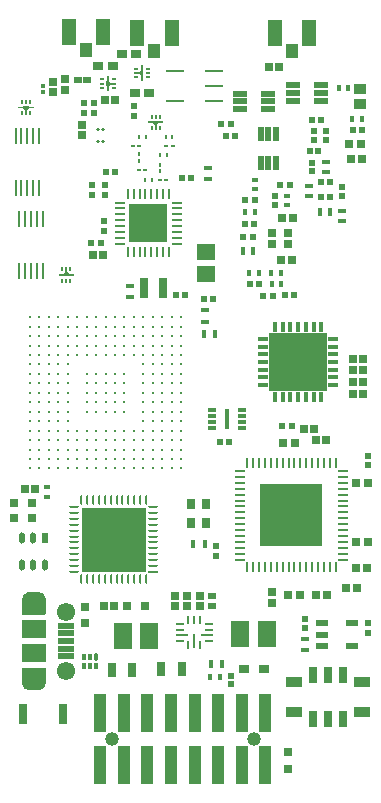
<source format=gts>
G04*
G04 #@! TF.GenerationSoftware,Altium Limited,Altium Designer,24.2.2 (26)*
G04*
G04 Layer_Color=8388736*
%FSLAX44Y44*%
%MOMM*%
G71*
G04*
G04 #@! TF.SameCoordinates,E5005945-8A51-4B8D-8BE1-141B8C32279E*
G04*
G04*
G04 #@! TF.FilePolarity,Negative*
G04*
G01*
G75*
G04:AMPARAMS|DCode=19|XSize=0.1925mm|YSize=0.8078mm|CornerRadius=0.0962mm|HoleSize=0mm|Usage=FLASHONLY|Rotation=180.000|XOffset=0mm|YOffset=0mm|HoleType=Round|Shape=RoundedRectangle|*
%AMROUNDEDRECTD19*
21,1,0.1925,0.6154,0,0,180.0*
21,1,0.0000,0.8078,0,0,180.0*
1,1,0.1925,0.0000,0.3077*
1,1,0.1925,0.0000,0.3077*
1,1,0.1925,0.0000,-0.3077*
1,1,0.1925,0.0000,-0.3077*
%
%ADD19ROUNDEDRECTD19*%
G04:AMPARAMS|DCode=20|XSize=0.8078mm|YSize=0.1925mm|CornerRadius=0.0962mm|HoleSize=0mm|Usage=FLASHONLY|Rotation=180.000|XOffset=0mm|YOffset=0mm|HoleType=Round|Shape=RoundedRectangle|*
%AMROUNDEDRECTD20*
21,1,0.8078,0.0000,0,0,180.0*
21,1,0.6154,0.1925,0,0,180.0*
1,1,0.1925,-0.3077,0.0000*
1,1,0.1925,0.3077,0.0000*
1,1,0.1925,0.3077,0.0000*
1,1,0.1925,-0.3077,0.0000*
%
%ADD20ROUNDEDRECTD20*%
%ADD21R,0.8078X0.1925*%
%ADD22R,0.7154X0.6725*%
%ADD23R,1.4986X0.2032*%
%ADD27R,1.5549X2.3062*%
%ADD28R,0.6725X0.7154*%
%ADD29R,0.8000X0.8000*%
%ADD30R,0.5200X0.5200*%
%ADD36R,0.4858X0.9397*%
G04:AMPARAMS|DCode=37|XSize=0.9397mm|YSize=0.4858mm|CornerRadius=0.2429mm|HoleSize=0mm|Usage=FLASHONLY|Rotation=270.000|XOffset=0mm|YOffset=0mm|HoleType=Round|Shape=RoundedRectangle|*
%AMROUNDEDRECTD37*
21,1,0.9397,0.0000,0,0,270.0*
21,1,0.4539,0.4858,0,0,270.0*
1,1,0.4858,0.0000,-0.2269*
1,1,0.4858,0.0000,0.2269*
1,1,0.4858,0.0000,0.2269*
1,1,0.4858,0.0000,-0.2269*
%
%ADD37ROUNDEDRECTD37*%
%ADD38R,0.8000X1.7000*%
%ADD39R,0.8128X0.2540*%
%ADD40R,0.2540X0.8128*%
%ADD41R,5.3086X5.3086*%
%ADD42R,0.5200X0.5200*%
%ADD43R,0.6153X0.5725*%
%ADD45R,0.8000X0.9000*%
%ADD46R,0.4100X0.6600*%
%ADD50R,0.5153X0.4725*%
%ADD51R,0.4682X0.4725*%
%ADD52R,0.4725X0.4682*%
G04:AMPARAMS|DCode=54|XSize=0.25mm|YSize=0.675mm|CornerRadius=0.05mm|HoleSize=0mm|Usage=FLASHONLY|Rotation=270.000|XOffset=0mm|YOffset=0mm|HoleType=Round|Shape=RoundedRectangle|*
%AMROUNDEDRECTD54*
21,1,0.2500,0.5750,0,0,270.0*
21,1,0.1500,0.6750,0,0,270.0*
1,1,0.1000,-0.2875,-0.0750*
1,1,0.1000,-0.2875,0.0750*
1,1,0.1000,0.2875,0.0750*
1,1,0.1000,0.2875,-0.0750*
%
%ADD54ROUNDEDRECTD54*%
G04:AMPARAMS|DCode=55|XSize=1.225mm|YSize=0.25mm|CornerRadius=0.05mm|HoleSize=0mm|Usage=FLASHONLY|Rotation=270.000|XOffset=0mm|YOffset=0mm|HoleType=Round|Shape=RoundedRectangle|*
%AMROUNDEDRECTD55*
21,1,1.2250,0.1500,0,0,270.0*
21,1,1.1250,0.2500,0,0,270.0*
1,1,0.1000,-0.0750,-0.5625*
1,1,0.1000,-0.0750,0.5625*
1,1,0.1000,0.0750,0.5625*
1,1,0.1000,0.0750,-0.5625*
%
%ADD55ROUNDEDRECTD55*%
G04:AMPARAMS|DCode=56|XSize=0.25mm|YSize=0.975mm|CornerRadius=0.05mm|HoleSize=0mm|Usage=FLASHONLY|Rotation=270.000|XOffset=0mm|YOffset=0mm|HoleType=Round|Shape=RoundedRectangle|*
%AMROUNDEDRECTD56*
21,1,0.2500,0.8750,0,0,270.0*
21,1,0.1500,0.9750,0,0,270.0*
1,1,0.1000,-0.4375,-0.0750*
1,1,0.1000,-0.4375,0.0750*
1,1,0.1000,0.4375,0.0750*
1,1,0.1000,0.4375,-0.0750*
%
%ADD56ROUNDEDRECTD56*%
G04:AMPARAMS|DCode=57|XSize=0.625mm|YSize=0.25mm|CornerRadius=0.05mm|HoleSize=0mm|Usage=FLASHONLY|Rotation=270.000|XOffset=0mm|YOffset=0mm|HoleType=Round|Shape=RoundedRectangle|*
%AMROUNDEDRECTD57*
21,1,0.6250,0.1500,0,0,270.0*
21,1,0.5250,0.2500,0,0,270.0*
1,1,0.1000,-0.0750,-0.2625*
1,1,0.1000,-0.0750,0.2625*
1,1,0.1000,0.0750,0.2625*
1,1,0.1000,0.0750,-0.2625*
%
%ADD57ROUNDEDRECTD57*%
%ADD58R,0.4725X0.5153*%
%ADD59R,0.4000X0.5000*%
%ADD60R,0.5000X0.4000*%
%ADD61R,0.6500X0.3500*%
%ADD62R,0.3500X0.6500*%
%ADD64R,0.6750X0.4500*%
%ADD65R,0.4500X0.6750*%
%ADD66C,0.2702*%
%ADD67R,0.3300X0.1500*%
%ADD68R,0.8500X0.6500*%
%ADD71R,1.0200X3.2150*%
%ADD74R,0.1500X0.3300*%
%ADD75R,0.2794X1.3589*%
%ADD76R,0.8000X1.8000*%
%ADD77R,0.6600X0.4100*%
%ADD78R,0.7000X0.7000*%
%ADD80R,0.2500X0.3000*%
%ADD81R,0.3000X0.2500*%
%ADD82R,0.3541X0.2627*%
%ADD83R,0.2750X0.3000*%
%ADD84R,0.2627X0.3541*%
%ADD85R,1.5562X1.4549*%
%ADD87R,1.1000X0.6000*%
%ADD89R,0.9500X0.7000*%
%ADD90R,0.3500X0.3000*%
%ADD92R,0.8000X0.8000*%
%ADD94R,0.4725X0.5393*%
%ADD96C,0.1750*%
%ADD97R,0.7000X0.3000*%
%ADD98R,0.7000X0.3000*%
%ADD99C,0.6000*%
%ADD100R,5.5000X5.5000*%
%ADD101R,1.1500X0.5500*%
G04:AMPARAMS|DCode=102|XSize=0.4mm|YSize=0.59mm|CornerRadius=0.0995mm|HoleSize=0mm|Usage=FLASHONLY|Rotation=180.000|XOffset=0mm|YOffset=0mm|HoleType=Round|Shape=RoundedRectangle|*
%AMROUNDEDRECTD102*
21,1,0.4000,0.3910,0,0,180.0*
21,1,0.2010,0.5900,0,0,180.0*
1,1,0.1990,-0.1005,0.1955*
1,1,0.1990,0.1005,0.1955*
1,1,0.1990,0.1005,-0.1955*
1,1,0.1990,-0.1005,-0.1955*
%
%ADD102ROUNDEDRECTD102*%
G04:AMPARAMS|DCode=103|XSize=0.4mm|YSize=0.62mm|CornerRadius=0.0995mm|HoleSize=0mm|Usage=FLASHONLY|Rotation=180.000|XOffset=0mm|YOffset=0mm|HoleType=Round|Shape=RoundedRectangle|*
%AMROUNDEDRECTD103*
21,1,0.4000,0.4210,0,0,180.0*
21,1,0.2010,0.6200,0,0,180.0*
1,1,0.1990,-0.1005,0.2105*
1,1,0.1990,0.1005,0.2105*
1,1,0.1990,0.1005,-0.2105*
1,1,0.1990,-0.1005,-0.2105*
%
%ADD103ROUNDEDRECTD103*%
%ADD104R,0.3000X1.7000*%
%ADD105R,0.7500X0.7000*%
%ADD106R,1.4500X0.5000*%
%ADD107R,2.0000X1.6000*%
%ADD108R,0.7000X0.7500*%
%ADD109R,0.6500X0.5500*%
%ADD110R,0.7000X0.6500*%
%ADD111R,0.8500X0.4000*%
%ADD112R,0.4000X0.8500*%
%ADD113R,4.9000X4.9000*%
%ADD114R,0.5500X1.1500*%
%ADD115R,0.7500X1.1500*%
%ADD116R,0.7500X1.3500*%
%ADD117R,1.3500X0.9500*%
%ADD118C,0.2250*%
%ADD119R,1.0500X0.9000*%
%ADD120R,1.1000X1.1500*%
%ADD121R,0.6600X0.6200*%
%ADD122R,0.5500X0.5500*%
%ADD123R,0.6500X0.6500*%
%ADD124R,1.1500X2.3000*%
%ADD125R,3.2004X3.2004*%
%ADD126C,1.5500*%
%ADD127C,1.1900*%
G36*
X36098Y118493D02*
X36192Y118464D01*
X36279Y118418D01*
X36355Y118355D01*
X36418Y118279D01*
X36464Y118192D01*
X36493Y118098D01*
X36502Y118000D01*
Y105000D01*
X36493Y104902D01*
X36464Y104808D01*
X36418Y104721D01*
X36355Y104645D01*
X36279Y104582D01*
X36192Y104536D01*
X36098Y104507D01*
X36000Y104498D01*
X31503D01*
Y100000D01*
X31493Y99902D01*
X31464Y99808D01*
X31418Y99721D01*
X31356Y99645D01*
X31279Y99583D01*
X31193Y99536D01*
X31098Y99507D01*
X31000Y99498D01*
X22000Y99497D01*
X22000D01*
D01*
X21902Y99507D01*
X21808Y99536D01*
X21721Y99582D01*
X21645Y99645D01*
X21582Y99721D01*
X21536Y99808D01*
X21507Y99902D01*
X21498Y100000D01*
Y100000D01*
D01*
Y104498D01*
X17000D01*
X16902Y104507D01*
X16808Y104536D01*
X16721Y104582D01*
X16645Y104645D01*
X16582Y104721D01*
X16536Y104808D01*
X16507Y104902D01*
X16498Y105000D01*
Y118000D01*
X16507Y118098D01*
X16536Y118192D01*
X16582Y118279D01*
X16645Y118355D01*
X16721Y118418D01*
X16808Y118464D01*
X16902Y118493D01*
X17000Y118502D01*
X36000D01*
X36098Y118493D01*
D02*
G37*
G36*
X31098Y182493D02*
X31192Y182464D01*
X31279Y182418D01*
X31355Y182355D01*
X31418Y182279D01*
X31464Y182192D01*
X31493Y182098D01*
X31502Y182000D01*
Y182000D01*
D01*
Y177502D01*
X36000D01*
X36098Y177493D01*
X36192Y177464D01*
X36279Y177418D01*
X36355Y177355D01*
X36418Y177279D01*
X36464Y177192D01*
X36493Y177098D01*
X36502Y177000D01*
Y164000D01*
X36493Y163902D01*
X36464Y163808D01*
X36418Y163721D01*
X36355Y163645D01*
X36279Y163582D01*
X36192Y163536D01*
X36098Y163507D01*
X36000Y163498D01*
X17000D01*
X16902Y163507D01*
X16808Y163536D01*
X16721Y163582D01*
X16645Y163645D01*
X16582Y163721D01*
X16536Y163808D01*
X16507Y163902D01*
X16498Y164000D01*
Y177000D01*
X16507Y177098D01*
X16536Y177192D01*
X16582Y177279D01*
X16645Y177355D01*
X16721Y177418D01*
X16808Y177464D01*
X16902Y177493D01*
X17000Y177502D01*
X21497D01*
Y182000D01*
X21507Y182098D01*
X21536Y182192D01*
X21582Y182279D01*
X21644Y182355D01*
X21721Y182418D01*
X21807Y182464D01*
X21902Y182493D01*
X22000Y182502D01*
X31000Y182502D01*
X31000D01*
D01*
X31098Y182493D01*
D02*
G37*
G36*
X54750Y453850D02*
X54733Y453747D01*
X54742Y453540D01*
X54808Y453343D01*
X54925Y453172D01*
X55000Y453100D01*
X55000Y453100D01*
X56000Y452000D01*
X56050Y451949D01*
X56163Y451862D01*
X56291Y451798D01*
X56429Y451759D01*
X56500Y451750D01*
X60500Y451750D01*
Y450250D01*
X56750D01*
X56671Y450243D01*
X56518Y450203D01*
X56377Y450133D01*
X56253Y450034D01*
X56200Y449975D01*
X56150Y449914D01*
X56026Y449814D01*
X55883Y449743D01*
X55729Y449703D01*
X55650Y449700D01*
Y449700D01*
X52350Y449700D01*
X52271Y449703D01*
X52117Y449743D01*
X51975Y449814D01*
X51850Y449914D01*
X51800Y449975D01*
X51800Y449975D01*
X51747Y450034D01*
X51623Y450133D01*
X51482Y450203D01*
X51329Y450243D01*
X51250Y450250D01*
X47500Y450250D01*
Y451750D01*
X51500Y451750D01*
X51571Y451759D01*
X51709Y451798D01*
X51837Y451862D01*
X51950Y451949D01*
X52000Y452000D01*
X52000D01*
X53000Y453100D01*
X53075Y453172D01*
X53192Y453343D01*
X53258Y453540D01*
X53267Y453747D01*
X53250Y453850D01*
X53250D01*
Y457500D01*
X54750D01*
X54750Y453850D01*
D02*
G37*
G36*
X131336Y581598D02*
X131490Y581558D01*
X131632Y581487D01*
X131756Y581387D01*
X131806Y581326D01*
X131860Y581267D01*
X131983Y581168D01*
X132125Y581098D01*
X132278Y581058D01*
X132357Y581051D01*
X132357Y581051D01*
X136107Y581051D01*
Y579551D01*
X132107D01*
X132036Y579542D01*
X131898Y579503D01*
X131770Y579439D01*
X131656Y579352D01*
X131606Y579301D01*
Y579301D01*
X130606Y578201D01*
X130531Y578129D01*
X130414Y577958D01*
X130349Y577761D01*
X130339Y577553D01*
X130356Y577451D01*
X130357Y577451D01*
X130357D01*
Y573801D01*
X128856D01*
Y577451D01*
X128874Y577553D01*
X128864Y577761D01*
X128799Y577958D01*
X128682Y578129D01*
X128607Y578201D01*
X127606Y579301D01*
X127556Y579352D01*
X127443Y579439D01*
X127315Y579503D01*
X127177Y579542D01*
X127107Y579551D01*
X127107Y579551D01*
X123106Y579551D01*
Y581051D01*
X126856Y581051D01*
X126935Y581058D01*
X127088Y581098D01*
X127230Y581168D01*
X127353Y581267D01*
X127407Y581326D01*
X127457Y581387D01*
X127581Y581487D01*
X127723Y581558D01*
X127877Y581597D01*
X127956Y581601D01*
X127956D01*
X131257Y581601D01*
X131336Y581598D01*
D02*
G37*
G36*
X21566Y594158D02*
X21720Y594118D01*
X21862Y594047D01*
X21986Y593948D01*
X22036Y593886D01*
X22090Y593828D01*
X22213Y593729D01*
X22355Y593658D01*
X22508Y593619D01*
X22587Y593611D01*
X22587Y593611D01*
X26337Y593612D01*
Y592112D01*
X22337D01*
X22266Y592102D01*
X22128Y592064D01*
X22000Y592000D01*
X21887Y591913D01*
X21837Y591862D01*
Y591862D01*
X20837Y590762D01*
X20761Y590690D01*
X20645Y590518D01*
X20579Y590322D01*
X20570Y590114D01*
X20587Y590012D01*
X20587Y590012D01*
X20587D01*
Y586362D01*
X19087D01*
Y590012D01*
X19104Y590114D01*
X19095Y590322D01*
X19029Y590518D01*
X18912Y590690D01*
X18837Y590762D01*
X17837Y591862D01*
X17787Y591913D01*
X17673Y592000D01*
X17545Y592064D01*
X17408Y592103D01*
X17337Y592112D01*
X17337Y592112D01*
X13337Y592112D01*
Y593612D01*
X17087Y593612D01*
X17165Y593619D01*
X17319Y593658D01*
X17460Y593729D01*
X17584Y593828D01*
X17637Y593886D01*
X17687Y593948D01*
X17811Y594047D01*
X17953Y594118D01*
X18107Y594158D01*
X18187Y594161D01*
X18187D01*
X21487Y594162D01*
X21566Y594158D01*
D02*
G37*
G36*
X89946Y615500D02*
X89955Y615429D01*
X89993Y615291D01*
X90057Y615163D01*
X90145Y615050D01*
X90196Y615000D01*
X91296Y614000D01*
X91368Y613925D01*
X91539Y613808D01*
X91736Y613742D01*
X91943Y613733D01*
X92046Y613750D01*
Y613750D01*
Y613750D01*
X95696D01*
Y612250D01*
X92046D01*
X91943Y612267D01*
X91736Y612258D01*
X91539Y612192D01*
X91368Y612075D01*
X91296Y612000D01*
X91296D01*
X90196Y611000D01*
X90145Y610950D01*
X90057Y610837D01*
X89993Y610709D01*
X89955Y610571D01*
X89946Y610500D01*
Y610500D01*
Y610500D01*
D01*
X89946Y606500D01*
X88446D01*
Y610250D01*
X88439Y610329D01*
X88399Y610482D01*
X88328Y610623D01*
X88230Y610747D01*
X88171Y610800D01*
X88110Y610850D01*
X88010Y610975D01*
X87939Y611117D01*
X87899Y611271D01*
X87896Y611350D01*
X87896Y611350D01*
X87896Y614650D01*
X87899Y614729D01*
X87939Y614883D01*
X88010Y615025D01*
X88110Y615149D01*
X88171Y615200D01*
X88230Y615253D01*
X88328Y615377D01*
X88399Y615518D01*
X88439Y615671D01*
X88446Y615750D01*
Y615750D01*
X88446Y619500D01*
X89946D01*
X89946Y615500D01*
D02*
G37*
G36*
X118719Y624750D02*
X118726Y624671D01*
X118765Y624518D01*
X118836Y624377D01*
X118935Y624253D01*
X118994Y624200D01*
X119055Y624150D01*
X119154Y624025D01*
X119226Y623883D01*
X119265Y623729D01*
X119269Y623650D01*
X119269Y620350D01*
X119265Y620271D01*
X119226Y620117D01*
X119154Y619975D01*
X119055Y619850D01*
X118994Y619800D01*
X118935Y619747D01*
X118836Y619623D01*
X118765Y619482D01*
X118726Y619329D01*
X118719Y619250D01*
X118719D01*
X118719Y615500D01*
X117219D01*
Y619500D01*
X117210Y619571D01*
X117171Y619709D01*
X117107Y619837D01*
X117020Y619950D01*
X116969Y620000D01*
X116969Y620000D01*
X115869Y621000D01*
X115797Y621075D01*
X115625Y621192D01*
X115429Y621258D01*
X115221Y621267D01*
X115119Y621250D01*
X115119D01*
Y621250D01*
X111469D01*
Y622750D01*
X115119Y622750D01*
X115221Y622733D01*
X115429Y622742D01*
X115625Y622808D01*
X115797Y622925D01*
X115869Y623000D01*
Y623000D01*
X116969Y624000D01*
X117020Y624050D01*
X117107Y624163D01*
X117171Y624291D01*
X117210Y624429D01*
X117219Y624500D01*
X117219D01*
X117219Y628500D01*
X118719D01*
X118719Y624750D01*
D02*
G37*
D19*
X121500Y193248D02*
D03*
X116500D02*
D03*
X111500D02*
D03*
X106500D02*
D03*
X101500D02*
D03*
X96500D02*
D03*
X91500D02*
D03*
X86500D02*
D03*
X81500D02*
D03*
X76500D02*
D03*
X71500D02*
D03*
X66500D02*
D03*
Y260752D02*
D03*
X71500D02*
D03*
X76500D02*
D03*
X81500D02*
D03*
X86500D02*
D03*
X91500D02*
D03*
X96500D02*
D03*
X101500D02*
D03*
X106500D02*
D03*
X111500D02*
D03*
X116500D02*
D03*
X121500D02*
D03*
D20*
X60248Y199500D02*
D03*
Y204500D02*
D03*
Y209500D02*
D03*
Y214500D02*
D03*
Y219500D02*
D03*
Y224500D02*
D03*
Y229500D02*
D03*
Y234500D02*
D03*
Y239500D02*
D03*
Y244500D02*
D03*
Y249500D02*
D03*
Y254500D02*
D03*
X127752D02*
D03*
Y249500D02*
D03*
Y244500D02*
D03*
Y239500D02*
D03*
Y234500D02*
D03*
Y229500D02*
D03*
Y224500D02*
D03*
Y219500D02*
D03*
Y214500D02*
D03*
Y209500D02*
D03*
Y204500D02*
D03*
D21*
Y199500D02*
D03*
D22*
X308586Y203266D02*
D03*
X299015D02*
D03*
X247385Y309001D02*
D03*
X237814D02*
D03*
X309149Y274601D02*
D03*
X299578D02*
D03*
X309195Y225023D02*
D03*
X299623D02*
D03*
X251443Y180001D02*
D03*
X241872D02*
D03*
X300234Y185720D02*
D03*
X290663D02*
D03*
X265285Y180001D02*
D03*
X274856D02*
D03*
X236216Y499472D02*
D03*
X245787D02*
D03*
X235575Y464021D02*
D03*
X245147D02*
D03*
X303079Y561949D02*
D03*
X304292Y548868D02*
D03*
X293508Y561949D02*
D03*
X294720Y548868D02*
D03*
D23*
X179274Y610700D02*
D03*
Y623400D02*
D03*
X146000Y598000D02*
D03*
Y623400D02*
D03*
X179274Y598000D02*
D03*
D27*
X124371Y145250D02*
D03*
X101858D02*
D03*
X223627Y147250D02*
D03*
X201114D02*
D03*
D28*
X241716Y477101D02*
D03*
Y486672D02*
D03*
X227897Y173424D02*
D03*
Y182995D02*
D03*
X228465Y486818D02*
D03*
Y477247D02*
D03*
D29*
X9558Y245000D02*
D03*
X24558D02*
D03*
X9500Y258000D02*
D03*
X24500D02*
D03*
X120370Y170982D02*
D03*
X105370D02*
D03*
D30*
X183772Y309308D02*
D03*
X191772D02*
D03*
X151500Y532809D02*
D03*
X95500Y537809D02*
D03*
X75000Y478000D02*
D03*
X185000Y579000D02*
D03*
X189000Y569000D02*
D03*
X159500Y532809D02*
D03*
X178557Y431015D02*
D03*
X87500Y537809D02*
D03*
X83000Y478000D02*
D03*
X193000Y579000D02*
D03*
X197000Y569000D02*
D03*
X170557Y431015D02*
D03*
D36*
X35500Y228155D02*
D03*
D37*
X26000Y205845D02*
D03*
X16500D02*
D03*
X35500D02*
D03*
X26000Y228155D02*
D03*
X16500D02*
D03*
D38*
X17000Y79000D02*
D03*
X51000D02*
D03*
D39*
X200658Y219997D02*
D03*
Y214996D02*
D03*
X288542Y230000D02*
D03*
Y245003D02*
D03*
Y250005D02*
D03*
Y255006D02*
D03*
Y260007D02*
D03*
Y265008D02*
D03*
Y270010D02*
D03*
Y209994D02*
D03*
Y224998D02*
D03*
Y275011D02*
D03*
X200658Y209994D02*
D03*
X288542Y240002D02*
D03*
X200658Y275011D02*
D03*
Y270010D02*
D03*
Y230000D02*
D03*
X288542Y280012D02*
D03*
X200658Y235001D02*
D03*
X288542Y214996D02*
D03*
Y219997D02*
D03*
X200658Y260007D02*
D03*
Y224998D02*
D03*
Y280012D02*
D03*
X288542Y235001D02*
D03*
X200658Y255006D02*
D03*
Y250005D02*
D03*
Y245003D02*
D03*
Y240002D02*
D03*
X288542Y285013D02*
D03*
X200658Y265008D02*
D03*
Y285013D02*
D03*
X98989Y477309D02*
D03*
Y507309D02*
D03*
Y512309D02*
D03*
Y502309D02*
D03*
Y492309D02*
D03*
X148011Y477309D02*
D03*
Y492309D02*
D03*
Y487309D02*
D03*
Y482309D02*
D03*
X98989Y497309D02*
D03*
Y482309D02*
D03*
Y487309D02*
D03*
X148011Y497309D02*
D03*
Y502309D02*
D03*
Y507309D02*
D03*
Y512309D02*
D03*
D40*
X222094Y203562D02*
D03*
X227095D02*
D03*
X237098D02*
D03*
X282109Y291446D02*
D03*
X277108D02*
D03*
X272106D02*
D03*
X267105D02*
D03*
X262104D02*
D03*
X257103D02*
D03*
X252101D02*
D03*
X247100D02*
D03*
X242099D02*
D03*
X237098D02*
D03*
X232096D02*
D03*
X252101Y203562D02*
D03*
X267105D02*
D03*
X227095Y291446D02*
D03*
X232096Y203562D02*
D03*
X282109D02*
D03*
X207090Y291446D02*
D03*
X217093Y203562D02*
D03*
X207090D02*
D03*
X217093Y291446D02*
D03*
X222094D02*
D03*
X212091Y203562D02*
D03*
Y291446D02*
D03*
X242099Y203562D02*
D03*
X257103D02*
D03*
X262104D02*
D03*
X272106D02*
D03*
X277108D02*
D03*
X247100D02*
D03*
X111000Y470299D02*
D03*
X121000D02*
D03*
X131000D02*
D03*
X126000D02*
D03*
X136000D02*
D03*
X116000D02*
D03*
Y519320D02*
D03*
X121000D02*
D03*
X131000D02*
D03*
X106000D02*
D03*
X141000D02*
D03*
Y470299D02*
D03*
X106000D02*
D03*
X136000Y519320D02*
D03*
X126000D02*
D03*
X111000D02*
D03*
D41*
X244600Y247504D02*
D03*
D42*
X309658Y298001D02*
D03*
Y290001D02*
D03*
X180890Y213365D02*
D03*
Y221365D02*
D03*
X86500Y518810D02*
D03*
X75500D02*
D03*
X85500Y488309D02*
D03*
X309000Y156000D02*
D03*
Y148000D02*
D03*
X256000Y152000D02*
D03*
X111000Y594000D02*
D03*
X86500Y526809D02*
D03*
X85500Y496309D02*
D03*
X75500Y526809D02*
D03*
X256000Y160000D02*
D03*
X111000Y586000D02*
D03*
D43*
X236372Y323001D02*
D03*
X244943D02*
D03*
X243452Y527433D02*
D03*
X234881D02*
D03*
X220314Y433255D02*
D03*
X228886D02*
D03*
X203474Y483543D02*
D03*
X212045D02*
D03*
D45*
X171908Y257251D02*
D03*
X159408D02*
D03*
X171908Y240751D02*
D03*
X159408D02*
D03*
D46*
X161608Y223001D02*
D03*
X171708D02*
D03*
D50*
X212786Y494000D02*
D03*
X205214D02*
D03*
X269577Y582464D02*
D03*
X262006D02*
D03*
X304119Y573462D02*
D03*
X296548D02*
D03*
X269604Y516870D02*
D03*
X277176D02*
D03*
X277176Y529309D02*
D03*
X269604D02*
D03*
X246900Y433685D02*
D03*
X239328D02*
D03*
X209214Y443000D02*
D03*
X216786D02*
D03*
X259876Y555882D02*
D03*
X267447D02*
D03*
X147214Y434000D02*
D03*
X154785D02*
D03*
D51*
X213511Y514742D02*
D03*
X205468D02*
D03*
D52*
X273550Y573132D02*
D03*
Y565089D02*
D03*
D54*
X174496Y155750D02*
D03*
Y150750D02*
D03*
Y140750D02*
D03*
X150246D02*
D03*
Y150750D02*
D03*
Y155750D02*
D03*
D55*
X162371Y140875D02*
D03*
D56*
X172996Y145750D02*
D03*
X151746D02*
D03*
D57*
X167371Y137875D02*
D03*
X157371D02*
D03*
Y158625D02*
D03*
X162371D02*
D03*
X167371D02*
D03*
D58*
X263465Y573080D02*
D03*
Y565509D02*
D03*
X287278Y525263D02*
D03*
Y517692D02*
D03*
X230917Y517855D02*
D03*
Y510284D02*
D03*
X262155Y546176D02*
D03*
Y538605D02*
D03*
D59*
X227781Y443362D02*
D03*
X235780D02*
D03*
X235527Y452860D02*
D03*
X227527D02*
D03*
X208983Y452904D02*
D03*
X216983D02*
D03*
X184000Y111000D02*
D03*
X176000D02*
D03*
X284492Y609000D02*
D03*
X292491D02*
D03*
X303999Y583000D02*
D03*
X296000D02*
D03*
X205357Y504564D02*
D03*
X213356D02*
D03*
D60*
X240500Y518181D02*
D03*
Y510181D02*
D03*
X213548Y531646D02*
D03*
Y523647D02*
D03*
X37854Y271077D02*
D03*
Y263077D02*
D03*
D61*
X273485Y546903D02*
D03*
Y538403D02*
D03*
X259174Y526714D02*
D03*
Y518214D02*
D03*
X287000Y496500D02*
D03*
Y505000D02*
D03*
D62*
X277250Y504000D02*
D03*
X268750D02*
D03*
X203541Y471689D02*
D03*
X212041D02*
D03*
D64*
X256000Y142625D02*
D03*
Y133375D02*
D03*
X108100Y441625D02*
D03*
X174000Y532375D02*
D03*
X108100Y432375D02*
D03*
X174000Y541625D02*
D03*
D65*
X185625Y122000D02*
D03*
X176375D02*
D03*
X170875Y401000D02*
D03*
X180125D02*
D03*
D66*
X117000Y622000D02*
D03*
X90165Y613000D02*
D03*
X129607Y579332D02*
D03*
X19837Y591893D02*
D03*
X54000Y451969D02*
D03*
D67*
X122819Y625500D02*
D03*
Y622000D02*
D03*
Y618500D02*
D03*
X113119D02*
D03*
Y625500D02*
D03*
X84346Y609500D02*
D03*
Y613000D02*
D03*
Y616500D02*
D03*
X94046D02*
D03*
Y609500D02*
D03*
D68*
X100750Y638000D02*
D03*
X113250D02*
D03*
X111750Y605000D02*
D03*
X124250D02*
D03*
X80750Y628000D02*
D03*
X93250D02*
D03*
D71*
X182560Y36200D02*
D03*
X162560Y79749D02*
D03*
X82560D02*
D03*
X222560Y36200D02*
D03*
X202560Y79749D02*
D03*
Y36200D02*
D03*
X182560Y79749D02*
D03*
X142560Y36200D02*
D03*
X122560Y79749D02*
D03*
Y36200D02*
D03*
X102560Y79749D02*
D03*
Y36200D02*
D03*
X162560D02*
D03*
X82560D02*
D03*
X222560Y79749D02*
D03*
X142560D02*
D03*
D74*
X50500Y446150D02*
D03*
X54000D02*
D03*
X23337Y597711D02*
D03*
X57500Y455850D02*
D03*
X23337Y588012D02*
D03*
X50500Y455850D02*
D03*
X16337Y588012D02*
D03*
X126107Y575451D02*
D03*
X133107Y585151D02*
D03*
Y575451D02*
D03*
X129607Y585151D02*
D03*
X19837Y597711D02*
D03*
X126107Y585151D02*
D03*
X57500Y446150D02*
D03*
X16337Y597711D02*
D03*
D75*
X34000Y453965D02*
D03*
X31000Y524966D02*
D03*
X14000Y498035D02*
D03*
X21000Y524966D02*
D03*
X19000Y498035D02*
D03*
X16000Y569035D02*
D03*
X24000Y453965D02*
D03*
X11000Y569035D02*
D03*
X31000D02*
D03*
X34000Y498035D02*
D03*
X26000Y569035D02*
D03*
X29000Y498035D02*
D03*
X24000D02*
D03*
X21000Y569035D02*
D03*
X29000Y453965D02*
D03*
X26000Y524966D02*
D03*
X11000D02*
D03*
X16000D02*
D03*
X14000Y453965D02*
D03*
X19000D02*
D03*
D76*
X136000Y440000D02*
D03*
X120000D02*
D03*
D77*
X171000Y410950D02*
D03*
Y421050D02*
D03*
D78*
X70000Y156000D02*
D03*
Y170000D02*
D03*
D80*
X121250Y567809D02*
D03*
X138596Y567435D02*
D03*
X138912Y552246D02*
D03*
X120750Y531810D02*
D03*
X133412Y552246D02*
D03*
X115750Y567809D02*
D03*
X143346Y567435D02*
D03*
X126250Y531810D02*
D03*
D81*
X138750Y559809D02*
D03*
X144250D02*
D03*
D82*
X115623Y539901D02*
D03*
X120709D02*
D03*
X133480Y531650D02*
D03*
X115352Y560255D02*
D03*
X138567Y531650D02*
D03*
X110266Y560255D02*
D03*
D83*
X115667Y547190D02*
D03*
Y553190D02*
D03*
D84*
X133480Y539266D02*
D03*
Y544352D02*
D03*
D85*
X172117Y470238D02*
D03*
Y451726D02*
D03*
D87*
X296107Y156000D02*
D03*
X270107Y146500D02*
D03*
Y156000D02*
D03*
Y137000D02*
D03*
X296107D02*
D03*
D89*
X221250Y117000D02*
D03*
X204750D02*
D03*
D90*
X34000Y605750D02*
D03*
Y611250D02*
D03*
D92*
X242000Y47500D02*
D03*
Y32500D02*
D03*
D94*
X193000Y104334D02*
D03*
Y111665D02*
D03*
D96*
X81825Y564000D02*
G03*
X81825Y564000I-875J0D01*
G01*
Y574000D02*
G03*
X81825Y574000I-875J0D01*
G01*
X85925D02*
G03*
X85925Y574000I-875J0D01*
G01*
Y564000D02*
G03*
X85925Y564000I-875J0D01*
G01*
D97*
X203000Y336500D02*
D03*
Y321500D02*
D03*
X177000D02*
D03*
Y336500D02*
D03*
D98*
X203000Y331500D02*
D03*
Y326500D02*
D03*
X177000D02*
D03*
Y331500D02*
D03*
D99*
X24500Y177000D02*
G03*
X24500Y177000I-2500J0D01*
G01*
X33500D02*
G03*
X33500Y177000I-2500J0D01*
G01*
X24500Y105000D02*
G03*
X24500Y105000I-2500J0D01*
G01*
X33500D02*
G03*
X33500Y105000I-2500J0D01*
G01*
D100*
X94000Y227000D02*
D03*
D101*
X201000Y591500D02*
D03*
X225000Y598000D02*
D03*
X201000D02*
D03*
X225000Y604500D02*
D03*
X201000D02*
D03*
X225000Y591500D02*
D03*
X270000Y598500D02*
D03*
X246000Y605000D02*
D03*
Y611500D02*
D03*
X270000D02*
D03*
Y605000D02*
D03*
X246000Y598500D02*
D03*
D102*
X79000Y120150D02*
D03*
X74000Y127850D02*
D03*
X69000Y120150D02*
D03*
Y127850D02*
D03*
X74000Y120150D02*
D03*
D103*
X79000Y127700D02*
D03*
D104*
X190000Y329000D02*
D03*
D105*
X234250Y627000D02*
D03*
X225750D02*
D03*
X85750Y171000D02*
D03*
X94250D02*
D03*
X95250Y599000D02*
D03*
X86750D02*
D03*
D106*
X53500Y154000D02*
D03*
Y147500D02*
D03*
Y141000D02*
D03*
Y134500D02*
D03*
Y128000D02*
D03*
D107*
X26500Y151000D02*
D03*
Y131000D02*
D03*
D108*
X167050Y179233D02*
D03*
Y170733D02*
D03*
X156000Y179250D02*
D03*
Y170750D02*
D03*
X146000D02*
D03*
Y179250D02*
D03*
X67000Y569750D02*
D03*
Y578250D02*
D03*
D109*
X177000Y179500D02*
D03*
Y170500D02*
D03*
D110*
X265408Y311001D02*
D03*
X273908D02*
D03*
X263908Y321001D02*
D03*
X255408D02*
D03*
X305023Y380250D02*
D03*
Y360250D02*
D03*
X76750Y467809D02*
D03*
X296523Y380250D02*
D03*
Y360250D02*
D03*
Y370250D02*
D03*
X296388Y350527D02*
D03*
X27082Y269582D02*
D03*
X85250Y467809D02*
D03*
X304888Y350527D02*
D03*
X305023Y370250D02*
D03*
X18582Y269582D02*
D03*
D111*
X220505Y364225D02*
D03*
X280005Y390225D02*
D03*
X220505Y383725D02*
D03*
X280005Y357725D02*
D03*
X220505Y390225D02*
D03*
Y377225D02*
D03*
X280005Y364225D02*
D03*
Y377225D02*
D03*
Y370725D02*
D03*
Y383725D02*
D03*
Y396725D02*
D03*
X220505D02*
D03*
Y357725D02*
D03*
Y370725D02*
D03*
D112*
X230755Y406975D02*
D03*
X256755D02*
D03*
X269755Y347475D02*
D03*
X243755Y406975D02*
D03*
X263255D02*
D03*
X230755Y347475D02*
D03*
X237255D02*
D03*
X243755D02*
D03*
X250255D02*
D03*
X256755D02*
D03*
X263255D02*
D03*
X237255Y406975D02*
D03*
X269755D02*
D03*
X250255D02*
D03*
D113*
Y377225D02*
D03*
D114*
X231500Y546000D02*
D03*
X225000Y570000D02*
D03*
X231500D02*
D03*
X218500Y546000D02*
D03*
X225000D02*
D03*
X218500Y570000D02*
D03*
D115*
X92500Y116305D02*
D03*
X109500D02*
D03*
X151500Y117000D02*
D03*
X134500D02*
D03*
D116*
X288300Y74850D02*
D03*
X262900Y112350D02*
D03*
Y74850D02*
D03*
X275600D02*
D03*
Y112350D02*
D03*
X288300D02*
D03*
D117*
X246850Y106300D02*
D03*
X304350Y80900D02*
D03*
X246850D02*
D03*
X304350Y106300D02*
D03*
D118*
X135204Y375205D02*
D03*
X23204Y383205D02*
D03*
X39204Y375205D02*
D03*
X31204Y383205D02*
D03*
X23204Y303204D02*
D03*
Y311204D02*
D03*
X31204D02*
D03*
X47204Y327205D02*
D03*
Y335205D02*
D03*
X127205Y391205D02*
D03*
X87205Y303204D02*
D03*
X79204Y391205D02*
D03*
X151204Y303204D02*
D03*
X135204Y311204D02*
D03*
X143204Y303204D02*
D03*
Y351205D02*
D03*
X135204Y335205D02*
D03*
X39204Y399205D02*
D03*
X135204Y383205D02*
D03*
X127205D02*
D03*
X151204Y391205D02*
D03*
Y399205D02*
D03*
X63204Y407205D02*
D03*
X151204Y335205D02*
D03*
X111205Y311204D02*
D03*
X143204Y343205D02*
D03*
X119205D02*
D03*
X127205Y335205D02*
D03*
X31204Y375205D02*
D03*
X23204D02*
D03*
X151204Y407205D02*
D03*
X23204Y367205D02*
D03*
X55204Y375205D02*
D03*
X127205Y311204D02*
D03*
Y303204D02*
D03*
X31204Y415205D02*
D03*
X127205Y343205D02*
D03*
X119205Y415205D02*
D03*
X103204Y407205D02*
D03*
X111205Y415205D02*
D03*
X151204Y375205D02*
D03*
X135204Y287205D02*
D03*
X23204Y327205D02*
D03*
X55204Y287205D02*
D03*
X71204Y415205D02*
D03*
X151204Y367205D02*
D03*
X23204Y335205D02*
D03*
X127205Y287205D02*
D03*
X143204Y415205D02*
D03*
X119205Y295205D02*
D03*
Y287205D02*
D03*
X39204Y327205D02*
D03*
X79204Y311204D02*
D03*
X127205Y351205D02*
D03*
X151204Y311204D02*
D03*
X39204Y383205D02*
D03*
X135204Y351205D02*
D03*
X87205Y311204D02*
D03*
X71204Y391205D02*
D03*
X135204Y399205D02*
D03*
X119205Y383205D02*
D03*
X103204Y391205D02*
D03*
Y399205D02*
D03*
X47204Y375205D02*
D03*
X71204Y311204D02*
D03*
X63204D02*
D03*
X55204Y319205D02*
D03*
Y311204D02*
D03*
Y303204D02*
D03*
X47204Y383205D02*
D03*
X95204Y399205D02*
D03*
Y407205D02*
D03*
X111205Y391205D02*
D03*
Y399205D02*
D03*
X119205Y407205D02*
D03*
X143204Y399205D02*
D03*
X151204Y295205D02*
D03*
X143204D02*
D03*
Y287205D02*
D03*
X127205Y295205D02*
D03*
X39204Y311204D02*
D03*
X47204D02*
D03*
Y319205D02*
D03*
X39204D02*
D03*
X31204D02*
D03*
X23204D02*
D03*
X31204Y335205D02*
D03*
X47204Y391205D02*
D03*
Y399205D02*
D03*
Y407205D02*
D03*
X55204D02*
D03*
X127205Y375205D02*
D03*
Y359205D02*
D03*
X151204Y351205D02*
D03*
Y343205D02*
D03*
X111205Y303204D02*
D03*
X103204D02*
D03*
Y311204D02*
D03*
X95204D02*
D03*
Y303204D02*
D03*
Y295205D02*
D03*
X23204Y359205D02*
D03*
X31204D02*
D03*
X39204Y351205D02*
D03*
X47204Y359205D02*
D03*
Y367205D02*
D03*
X39204D02*
D03*
X31204D02*
D03*
X71204Y399205D02*
D03*
X79204D02*
D03*
X87205Y391205D02*
D03*
Y383205D02*
D03*
X95204Y391205D02*
D03*
X103204Y415205D02*
D03*
X39204Y335205D02*
D03*
X23204Y343205D02*
D03*
X31204D02*
D03*
X39204D02*
D03*
X47204D02*
D03*
X55204Y351205D02*
D03*
X47204D02*
D03*
X31204D02*
D03*
X23204D02*
D03*
X127205Y399205D02*
D03*
X143204Y391205D02*
D03*
X135204D02*
D03*
X119205Y367205D02*
D03*
X47204Y303204D02*
D03*
Y295205D02*
D03*
X39204Y287205D02*
D03*
Y295205D02*
D03*
Y303204D02*
D03*
X31204Y295205D02*
D03*
Y287205D02*
D03*
X23204Y295205D02*
D03*
X143204Y335205D02*
D03*
X151204Y327205D02*
D03*
X143204D02*
D03*
X119205D02*
D03*
X127205Y319205D02*
D03*
X135204Y415205D02*
D03*
X119205Y399205D02*
D03*
X63204Y391205D02*
D03*
X39204Y407205D02*
D03*
X63204Y399205D02*
D03*
X39204Y415205D02*
D03*
X71204Y407205D02*
D03*
X151204Y383205D02*
D03*
X143204Y367205D02*
D03*
Y311204D02*
D03*
X135204Y303204D02*
D03*
X31204Y399205D02*
D03*
X23204D02*
D03*
Y407205D02*
D03*
X31204D02*
D03*
X55204Y383205D02*
D03*
X79204Y415205D02*
D03*
X127205Y367205D02*
D03*
X151204Y359205D02*
D03*
X135204Y367205D02*
D03*
Y327205D02*
D03*
X151204Y319205D02*
D03*
X111205Y295205D02*
D03*
X119205Y303204D02*
D03*
Y319205D02*
D03*
X79204Y295205D02*
D03*
Y287205D02*
D03*
X63204Y295205D02*
D03*
Y287205D02*
D03*
X71204D02*
D03*
Y295205D02*
D03*
X111205Y319205D02*
D03*
X23204Y391205D02*
D03*
X31204D02*
D03*
X95204Y415205D02*
D03*
X87205Y407205D02*
D03*
X119205Y359205D02*
D03*
X63204Y415205D02*
D03*
X55204D02*
D03*
X135204Y407205D02*
D03*
X143204Y383205D02*
D03*
X31204Y303204D02*
D03*
X151204Y415205D02*
D03*
X143204Y407205D02*
D03*
Y375205D02*
D03*
X151204Y287205D02*
D03*
X135204Y343205D02*
D03*
Y319205D02*
D03*
Y295205D02*
D03*
X111205Y407205D02*
D03*
X103204Y367205D02*
D03*
X95204D02*
D03*
X87205Y399205D02*
D03*
Y367205D02*
D03*
X79204D02*
D03*
X71204D02*
D03*
X47204Y415205D02*
D03*
X23204D02*
D03*
X39204Y391205D02*
D03*
X103204Y359205D02*
D03*
Y351205D02*
D03*
X95204Y359205D02*
D03*
Y351205D02*
D03*
X103204Y343205D02*
D03*
Y335205D02*
D03*
X95204Y343205D02*
D03*
Y335205D02*
D03*
X87205Y359205D02*
D03*
Y351205D02*
D03*
X79204Y359205D02*
D03*
X87205Y343205D02*
D03*
Y335205D02*
D03*
X79204Y343205D02*
D03*
Y335205D02*
D03*
Y303204D02*
D03*
X103204Y295205D02*
D03*
X87205D02*
D03*
Y287205D02*
D03*
X79204Y351205D02*
D03*
X71204Y359205D02*
D03*
Y351205D02*
D03*
Y343205D02*
D03*
Y303204D02*
D03*
Y335205D02*
D03*
X63204Y303204D02*
D03*
X39204Y359205D02*
D03*
X31204Y327205D02*
D03*
X55204Y295205D02*
D03*
X23204Y287205D02*
D03*
X119205Y375205D02*
D03*
Y351205D02*
D03*
Y335205D02*
D03*
X111205Y383205D02*
D03*
X95204D02*
D03*
X103204D02*
D03*
X79204D02*
D03*
X71204D02*
D03*
X63204D02*
D03*
X103204Y319205D02*
D03*
X71204D02*
D03*
X79204D02*
D03*
X95204D02*
D03*
X87205D02*
D03*
X111205Y287205D02*
D03*
X103204D02*
D03*
X55204Y367205D02*
D03*
Y343205D02*
D03*
Y359205D02*
D03*
Y335205D02*
D03*
X63204Y319205D02*
D03*
X55204Y327205D02*
D03*
X47204Y287205D02*
D03*
X143204Y359205D02*
D03*
Y319205D02*
D03*
X135204Y359205D02*
D03*
X127205Y415205D02*
D03*
Y407205D02*
D03*
Y327205D02*
D03*
X119205Y391205D02*
D03*
Y311204D02*
D03*
X95204Y287205D02*
D03*
X87205Y415205D02*
D03*
X79204Y407205D02*
D03*
X55204Y399205D02*
D03*
Y391205D02*
D03*
D119*
X302238Y608500D02*
D03*
Y595500D02*
D03*
D120*
X128354Y640723D02*
D03*
X70664Y641070D02*
D03*
X245000Y640750D02*
D03*
D121*
X71588Y616171D02*
D03*
X63988D02*
D03*
D122*
X77816Y596339D02*
D03*
X69316D02*
D03*
Y587839D02*
D03*
X77816D02*
D03*
D123*
X43000Y605750D02*
D03*
X53000Y616500D02*
D03*
X43000Y614750D02*
D03*
X53000Y607500D02*
D03*
D124*
X230250Y656000D02*
D03*
X259750D02*
D03*
X143104Y655973D02*
D03*
X113604D02*
D03*
X85414Y656320D02*
D03*
X55915D02*
D03*
D125*
X123500Y494809D02*
D03*
D126*
X53500Y116000D02*
D03*
Y166000D02*
D03*
D127*
X212560Y57975D02*
D03*
X92560D02*
D03*
M02*

</source>
